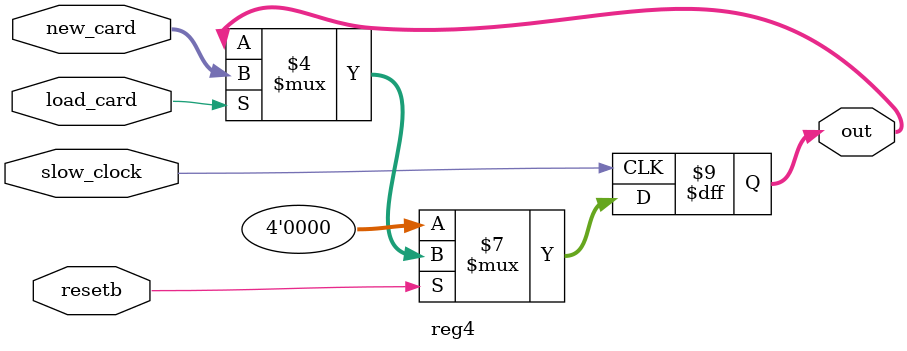
<source format=sv>
module reg4(input logic [3:0] new_card, input logic load_card,
            input logic resetb, input logic slow_clock, output logic [3:0] out);
//Defines sequential logic process updating out signal based on the resetb and slow_clock signals
always_ff@(posedge slow_clock) begin
    if(!resetb) begin
        out <= 4'b0000;
    end
    else if(load_card == 1'b1) begin
        out <= new_card;
    end
end
endmodule
</source>
